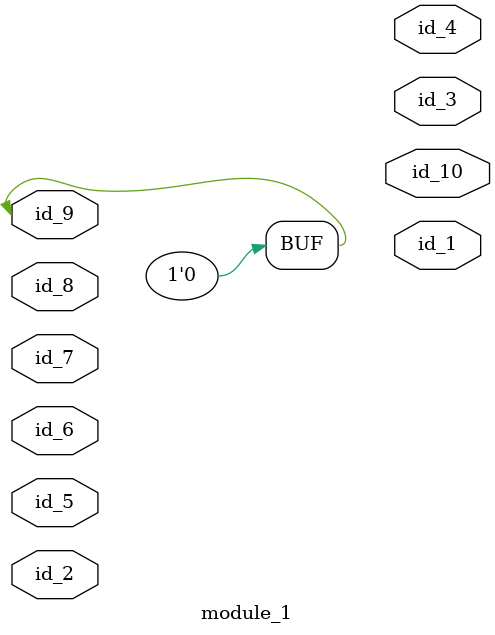
<source format=v>
module module_0;
  wire id_1;
endmodule
module module_1 (
    id_1,
    id_2,
    id_3,
    id_4,
    id_5,
    id_6,
    id_7,
    id_8,
    id_9,
    id_10
);
  output wire id_10;
  inout wire id_9;
  input wire id_8;
  input wire id_7;
  input wire id_6;
  inout wire id_5;
  output wire id_4;
  output wire id_3;
  input wire id_2;
  output wire id_1;
  assign id_9[{""} :-1] = id_6;
  module_0 modCall_1 ();
  wire id_11, id_12;
  wire id_13, id_14;
endmodule

</source>
